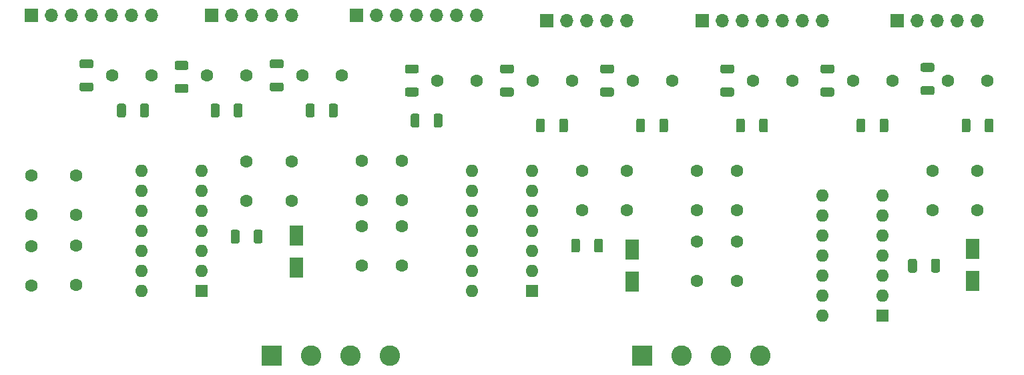
<source format=gbr>
%TF.GenerationSoftware,KiCad,Pcbnew,(5.1.10)-1*%
%TF.CreationDate,2022-02-15T22:19:52+02:00*%
%TF.ProjectId,SEM,53454d2e-6b69-4636-9164-5f7063625858,rev?*%
%TF.SameCoordinates,Original*%
%TF.FileFunction,Soldermask,Top*%
%TF.FilePolarity,Negative*%
%FSLAX46Y46*%
G04 Gerber Fmt 4.6, Leading zero omitted, Abs format (unit mm)*
G04 Created by KiCad (PCBNEW (5.1.10)-1) date 2022-02-15 22:19:52*
%MOMM*%
%LPD*%
G01*
G04 APERTURE LIST*
%ADD10O,1.700000X1.700000*%
%ADD11R,1.700000X1.700000*%
%ADD12C,1.600000*%
%ADD13R,1.800000X2.500000*%
%ADD14R,2.600000X2.600000*%
%ADD15C,2.600000*%
%ADD16R,1.600000X1.600000*%
%ADD17O,1.600000X1.600000*%
G04 APERTURE END LIST*
D10*
%TO.C,J10*%
X83820000Y-167640000D03*
X81280000Y-167640000D03*
X78740000Y-167640000D03*
X76200000Y-167640000D03*
D11*
X73660000Y-167640000D03*
%TD*%
D12*
%TO.C,C33*%
X126396000Y-187312000D03*
X126396000Y-192312000D03*
%TD*%
D13*
%TO.C,D2*%
X170211000Y-201282000D03*
X170211000Y-197282000D03*
%TD*%
%TO.C,R7*%
G36*
G01*
X124481003Y-177907000D02*
X123230997Y-177907000D01*
G75*
G02*
X122981000Y-177657003I0J249997D01*
G01*
X122981000Y-177031997D01*
G75*
G02*
X123230997Y-176782000I249997J0D01*
G01*
X124481003Y-176782000D01*
G75*
G02*
X124731000Y-177031997I0J-249997D01*
G01*
X124731000Y-177657003D01*
G75*
G02*
X124481003Y-177907000I-249997J0D01*
G01*
G37*
G36*
G01*
X124481003Y-174982000D02*
X123230997Y-174982000D01*
G75*
G02*
X122981000Y-174732003I0J249997D01*
G01*
X122981000Y-174106997D01*
G75*
G02*
X123230997Y-173857000I249997J0D01*
G01*
X124481003Y-173857000D01*
G75*
G02*
X124731000Y-174106997I0J-249997D01*
G01*
X124731000Y-174732003D01*
G75*
G02*
X124481003Y-174982000I-249997J0D01*
G01*
G37*
%TD*%
%TO.C,R19*%
G36*
G01*
X155486000Y-182222003D02*
X155486000Y-180971997D01*
G75*
G02*
X155735997Y-180722000I249997J0D01*
G01*
X156361003Y-180722000D01*
G75*
G02*
X156611000Y-180971997I0J-249997D01*
G01*
X156611000Y-182222003D01*
G75*
G02*
X156361003Y-182472000I-249997J0D01*
G01*
X155735997Y-182472000D01*
G75*
G02*
X155486000Y-182222003I0J249997D01*
G01*
G37*
G36*
G01*
X158411000Y-182222003D02*
X158411000Y-180971997D01*
G75*
G02*
X158660997Y-180722000I249997J0D01*
G01*
X159286003Y-180722000D01*
G75*
G02*
X159536000Y-180971997I0J-249997D01*
G01*
X159536000Y-182222003D01*
G75*
G02*
X159286003Y-182472000I-249997J0D01*
G01*
X158660997Y-182472000D01*
G75*
G02*
X158411000Y-182222003I0J249997D01*
G01*
G37*
%TD*%
D10*
%TO.C,J12*%
X151161000Y-168262000D03*
X148621000Y-168262000D03*
X146081000Y-168262000D03*
X143541000Y-168262000D03*
X141001000Y-168262000D03*
X138461000Y-168262000D03*
D11*
X135921000Y-168262000D03*
%TD*%
%TO.C,R10*%
G36*
G01*
X77236000Y-195068997D02*
X77236000Y-196319003D01*
G75*
G02*
X76986003Y-196569000I-249997J0D01*
G01*
X76360997Y-196569000D01*
G75*
G02*
X76111000Y-196319003I0J249997D01*
G01*
X76111000Y-195068997D01*
G75*
G02*
X76360997Y-194819000I249997J0D01*
G01*
X76986003Y-194819000D01*
G75*
G02*
X77236000Y-195068997I0J-249997D01*
G01*
G37*
G36*
G01*
X80161000Y-195068997D02*
X80161000Y-196319003D01*
G75*
G02*
X79911003Y-196569000I-249997J0D01*
G01*
X79285997Y-196569000D01*
G75*
G02*
X79036000Y-196319003I0J249997D01*
G01*
X79036000Y-195068997D01*
G75*
G02*
X79285997Y-194819000I249997J0D01*
G01*
X79911003Y-194819000D01*
G75*
G02*
X80161000Y-195068997I0J-249997D01*
G01*
G37*
%TD*%
D12*
%TO.C,C16*%
X147351000Y-175882000D03*
X142351000Y-175882000D03*
%TD*%
%TO.C,C31*%
X92741000Y-199377000D03*
X92741000Y-194377000D03*
%TD*%
%TO.C,C32*%
X170846000Y-187312000D03*
X170846000Y-192312000D03*
%TD*%
%TO.C,C30*%
X135286000Y-201282000D03*
X135286000Y-196282000D03*
%TD*%
%TO.C,C17*%
X107346000Y-175882000D03*
X102346000Y-175882000D03*
%TD*%
%TO.C,R14*%
G36*
G01*
X168821000Y-182222003D02*
X168821000Y-180971997D01*
G75*
G02*
X169070997Y-180722000I249997J0D01*
G01*
X169696003Y-180722000D01*
G75*
G02*
X169946000Y-180971997I0J-249997D01*
G01*
X169946000Y-182222003D01*
G75*
G02*
X169696003Y-182472000I-249997J0D01*
G01*
X169070997Y-182472000D01*
G75*
G02*
X168821000Y-182222003I0J249997D01*
G01*
G37*
G36*
G01*
X171746000Y-182222003D02*
X171746000Y-180971997D01*
G75*
G02*
X171995997Y-180722000I249997J0D01*
G01*
X172621003Y-180722000D01*
G75*
G02*
X172871000Y-180971997I0J-249997D01*
G01*
X172871000Y-182222003D01*
G75*
G02*
X172621003Y-182472000I-249997J0D01*
G01*
X171995997Y-182472000D01*
G75*
G02*
X171746000Y-182222003I0J249997D01*
G01*
G37*
%TD*%
%TO.C,C7*%
X66071000Y-175247000D03*
X61071000Y-175247000D03*
%TD*%
D14*
%TO.C,J5*%
X128270000Y-210820000D03*
D15*
X133270000Y-210820000D03*
X138270000Y-210820000D03*
X143270000Y-210820000D03*
%TD*%
%TO.C,R5*%
G36*
G01*
X139721003Y-177907000D02*
X138470997Y-177907000D01*
G75*
G02*
X138221000Y-177657003I0J249997D01*
G01*
X138221000Y-177031997D01*
G75*
G02*
X138470997Y-176782000I249997J0D01*
G01*
X139721003Y-176782000D01*
G75*
G02*
X139971000Y-177031997I0J-249997D01*
G01*
X139971000Y-177657003D01*
G75*
G02*
X139721003Y-177907000I-249997J0D01*
G01*
G37*
G36*
G01*
X139721003Y-174982000D02*
X138470997Y-174982000D01*
G75*
G02*
X138221000Y-174732003I0J249997D01*
G01*
X138221000Y-174106997D01*
G75*
G02*
X138470997Y-173857000I249997J0D01*
G01*
X139721003Y-173857000D01*
G75*
G02*
X139971000Y-174106997I0J-249997D01*
G01*
X139971000Y-174732003D01*
G75*
G02*
X139721003Y-174982000I-249997J0D01*
G01*
G37*
%TD*%
D12*
%TO.C,C6*%
X50831000Y-192947000D03*
X50831000Y-187947000D03*
%TD*%
%TO.C,R12*%
G36*
G01*
X123341000Y-196211997D02*
X123341000Y-197462003D01*
G75*
G02*
X123091003Y-197712000I-249997J0D01*
G01*
X122465997Y-197712000D01*
G75*
G02*
X122216000Y-197462003I0J249997D01*
G01*
X122216000Y-196211997D01*
G75*
G02*
X122465997Y-195962000I249997J0D01*
G01*
X123091003Y-195962000D01*
G75*
G02*
X123341000Y-196211997I0J-249997D01*
G01*
G37*
G36*
G01*
X120416000Y-196211997D02*
X120416000Y-197462003D01*
G75*
G02*
X120166003Y-197712000I-249997J0D01*
G01*
X119540997Y-197712000D01*
G75*
G02*
X119291000Y-197462003I0J249997D01*
G01*
X119291000Y-196211997D01*
G75*
G02*
X119540997Y-195962000I249997J0D01*
G01*
X120166003Y-195962000D01*
G75*
G02*
X120416000Y-196211997I0J-249997D01*
G01*
G37*
%TD*%
%TO.C,C29*%
X120681000Y-187312000D03*
X120681000Y-192312000D03*
%TD*%
D14*
%TO.C,J8*%
X81280000Y-210820000D03*
D15*
X86280000Y-210820000D03*
X91280000Y-210820000D03*
X96280000Y-210820000D03*
%TD*%
%TO.C,R2*%
G36*
G01*
X58441003Y-177272000D02*
X57190997Y-177272000D01*
G75*
G02*
X56941000Y-177022003I0J249997D01*
G01*
X56941000Y-176396997D01*
G75*
G02*
X57190997Y-176147000I249997J0D01*
G01*
X58441003Y-176147000D01*
G75*
G02*
X58691000Y-176396997I0J-249997D01*
G01*
X58691000Y-177022003D01*
G75*
G02*
X58441003Y-177272000I-249997J0D01*
G01*
G37*
G36*
G01*
X58441003Y-174347000D02*
X57190997Y-174347000D01*
G75*
G02*
X56941000Y-174097003I0J249997D01*
G01*
X56941000Y-173471997D01*
G75*
G02*
X57190997Y-173222000I249997J0D01*
G01*
X58441003Y-173222000D01*
G75*
G02*
X58691000Y-173471997I0J-249997D01*
G01*
X58691000Y-174097003D01*
G75*
G02*
X58441003Y-174347000I-249997J0D01*
G01*
G37*
%TD*%
D11*
%TO.C,J9*%
X116205000Y-168275000D03*
D10*
X118745000Y-168275000D03*
X121285000Y-168275000D03*
X123825000Y-168275000D03*
X126365000Y-168275000D03*
%TD*%
%TO.C,R16*%
G36*
G01*
X61696000Y-180317003D02*
X61696000Y-179066997D01*
G75*
G02*
X61945997Y-178817000I249997J0D01*
G01*
X62571003Y-178817000D01*
G75*
G02*
X62821000Y-179066997I0J-249997D01*
G01*
X62821000Y-180317003D01*
G75*
G02*
X62571003Y-180567000I-249997J0D01*
G01*
X61945997Y-180567000D01*
G75*
G02*
X61696000Y-180317003I0J249997D01*
G01*
G37*
G36*
G01*
X64621000Y-180317003D02*
X64621000Y-179066997D01*
G75*
G02*
X64870997Y-178817000I249997J0D01*
G01*
X65496003Y-178817000D01*
G75*
G02*
X65746000Y-179066997I0J-249997D01*
G01*
X65746000Y-180317003D01*
G75*
G02*
X65496003Y-180567000I-249997J0D01*
G01*
X64870997Y-180567000D01*
G75*
G02*
X64621000Y-180317003I0J249997D01*
G01*
G37*
%TD*%
%TO.C,R17*%
G36*
G01*
X140215000Y-182222003D02*
X140215000Y-180971997D01*
G75*
G02*
X140464997Y-180722000I249997J0D01*
G01*
X141090003Y-180722000D01*
G75*
G02*
X141340000Y-180971997I0J-249997D01*
G01*
X141340000Y-182222003D01*
G75*
G02*
X141090003Y-182472000I-249997J0D01*
G01*
X140464997Y-182472000D01*
G75*
G02*
X140215000Y-182222003I0J249997D01*
G01*
G37*
G36*
G01*
X143140000Y-182222003D02*
X143140000Y-180971997D01*
G75*
G02*
X143389997Y-180722000I249997J0D01*
G01*
X144015003Y-180722000D01*
G75*
G02*
X144265000Y-180971997I0J-249997D01*
G01*
X144265000Y-182222003D01*
G75*
G02*
X144015003Y-182472000I-249997J0D01*
G01*
X143389997Y-182472000D01*
G75*
G02*
X143140000Y-182222003I0J249997D01*
G01*
G37*
%TD*%
D12*
%TO.C,C25*%
X83851000Y-191169000D03*
X83851000Y-186169000D03*
%TD*%
%TO.C,R15*%
G36*
G01*
X127546000Y-182222003D02*
X127546000Y-180971997D01*
G75*
G02*
X127795997Y-180722000I249997J0D01*
G01*
X128421003Y-180722000D01*
G75*
G02*
X128671000Y-180971997I0J-249997D01*
G01*
X128671000Y-182222003D01*
G75*
G02*
X128421003Y-182472000I-249997J0D01*
G01*
X127795997Y-182472000D01*
G75*
G02*
X127546000Y-182222003I0J249997D01*
G01*
G37*
G36*
G01*
X130471000Y-182222003D02*
X130471000Y-180971997D01*
G75*
G02*
X130720997Y-180722000I249997J0D01*
G01*
X131346003Y-180722000D01*
G75*
G02*
X131596000Y-180971997I0J-249997D01*
G01*
X131596000Y-182222003D01*
G75*
G02*
X131346003Y-182472000I-249997J0D01*
G01*
X130720997Y-182472000D01*
G75*
G02*
X130471000Y-182222003I0J249997D01*
G01*
G37*
%TD*%
%TO.C,R20*%
G36*
G01*
X114846000Y-182222003D02*
X114846000Y-180971997D01*
G75*
G02*
X115095997Y-180722000I249997J0D01*
G01*
X115721003Y-180722000D01*
G75*
G02*
X115971000Y-180971997I0J-249997D01*
G01*
X115971000Y-182222003D01*
G75*
G02*
X115721003Y-182472000I-249997J0D01*
G01*
X115095997Y-182472000D01*
G75*
G02*
X114846000Y-182222003I0J249997D01*
G01*
G37*
G36*
G01*
X117771000Y-182222003D02*
X117771000Y-180971997D01*
G75*
G02*
X118020997Y-180722000I249997J0D01*
G01*
X118646003Y-180722000D01*
G75*
G02*
X118896000Y-180971997I0J-249997D01*
G01*
X118896000Y-182222003D01*
G75*
G02*
X118646003Y-182472000I-249997J0D01*
G01*
X118020997Y-182472000D01*
G75*
G02*
X117771000Y-182222003I0J249997D01*
G01*
G37*
%TD*%
%TO.C,R22*%
G36*
G01*
X73571000Y-180317003D02*
X73571000Y-179066997D01*
G75*
G02*
X73820997Y-178817000I249997J0D01*
G01*
X74446003Y-178817000D01*
G75*
G02*
X74696000Y-179066997I0J-249997D01*
G01*
X74696000Y-180317003D01*
G75*
G02*
X74446003Y-180567000I-249997J0D01*
G01*
X73820997Y-180567000D01*
G75*
G02*
X73571000Y-180317003I0J249997D01*
G01*
G37*
G36*
G01*
X76496000Y-180317003D02*
X76496000Y-179066997D01*
G75*
G02*
X76745997Y-178817000I249997J0D01*
G01*
X77371003Y-178817000D01*
G75*
G02*
X77621000Y-179066997I0J-249997D01*
G01*
X77621000Y-180317003D01*
G75*
G02*
X77371003Y-180567000I-249997J0D01*
G01*
X76745997Y-180567000D01*
G75*
G02*
X76496000Y-180317003I0J249997D01*
G01*
G37*
%TD*%
%TO.C,C23*%
X119411000Y-175882000D03*
X114411000Y-175882000D03*
%TD*%
D11*
%TO.C,J13*%
X92106000Y-167627000D03*
D10*
X94646000Y-167627000D03*
X97186000Y-167627000D03*
X99726000Y-167627000D03*
X102266000Y-167627000D03*
X104806000Y-167627000D03*
X107346000Y-167627000D03*
%TD*%
D16*
%TO.C,U3*%
X114331000Y-202552000D03*
D17*
X106711000Y-187312000D03*
X114331000Y-200012000D03*
X106711000Y-189852000D03*
X114331000Y-197472000D03*
X106711000Y-192392000D03*
X114331000Y-194932000D03*
X106711000Y-194932000D03*
X114331000Y-192392000D03*
X106711000Y-197472000D03*
X114331000Y-189852000D03*
X106711000Y-200012000D03*
X114331000Y-187312000D03*
X106711000Y-202552000D03*
%TD*%
D12*
%TO.C,C9*%
X92741000Y-186042000D03*
X92741000Y-191042000D03*
%TD*%
D11*
%TO.C,J11*%
X50800000Y-167627000D03*
D10*
X53340000Y-167627000D03*
X55880000Y-167627000D03*
X58420000Y-167627000D03*
X60960000Y-167627000D03*
X63500000Y-167627000D03*
X66040000Y-167627000D03*
%TD*%
D12*
%TO.C,C21*%
X160051000Y-175882000D03*
X155051000Y-175882000D03*
%TD*%
D16*
%TO.C,U2*%
X158750000Y-205740000D03*
D17*
X151130000Y-190500000D03*
X158750000Y-203200000D03*
X151130000Y-193040000D03*
X158750000Y-200660000D03*
X151130000Y-195580000D03*
X158750000Y-198120000D03*
X151130000Y-198120000D03*
X158750000Y-195580000D03*
X151130000Y-200660000D03*
X158750000Y-193040000D03*
X151130000Y-203200000D03*
X158750000Y-190500000D03*
X151130000Y-205740000D03*
%TD*%
D12*
%TO.C,C3*%
X140366000Y-187312000D03*
X140366000Y-192312000D03*
%TD*%
%TO.C,C2*%
X56546000Y-192947000D03*
X56546000Y-187947000D03*
%TD*%
%TO.C,C28*%
X50831000Y-196917000D03*
X50831000Y-201917000D03*
%TD*%
%TO.C,C11*%
X172085000Y-175895000D03*
X167085000Y-175895000D03*
%TD*%
%TO.C,C26*%
X97821000Y-199377000D03*
X97821000Y-194377000D03*
%TD*%
%TO.C,R8*%
G36*
G01*
X99716003Y-177907000D02*
X98465997Y-177907000D01*
G75*
G02*
X98216000Y-177657003I0J249997D01*
G01*
X98216000Y-177031997D01*
G75*
G02*
X98465997Y-176782000I249997J0D01*
G01*
X99716003Y-176782000D01*
G75*
G02*
X99966000Y-177031997I0J-249997D01*
G01*
X99966000Y-177657003D01*
G75*
G02*
X99716003Y-177907000I-249997J0D01*
G01*
G37*
G36*
G01*
X99716003Y-174982000D02*
X98465997Y-174982000D01*
G75*
G02*
X98216000Y-174732003I0J249997D01*
G01*
X98216000Y-174106997D01*
G75*
G02*
X98465997Y-173857000I249997J0D01*
G01*
X99716003Y-173857000D01*
G75*
G02*
X99966000Y-174106997I0J-249997D01*
G01*
X99966000Y-174732003D01*
G75*
G02*
X99716003Y-174982000I-249997J0D01*
G01*
G37*
%TD*%
%TO.C,C27*%
X165131000Y-187312000D03*
X165131000Y-192312000D03*
%TD*%
%TO.C,C12*%
X132111000Y-175882000D03*
X127111000Y-175882000D03*
%TD*%
%TO.C,R13*%
G36*
G01*
X85636000Y-180317003D02*
X85636000Y-179066997D01*
G75*
G02*
X85885997Y-178817000I249997J0D01*
G01*
X86511003Y-178817000D01*
G75*
G02*
X86761000Y-179066997I0J-249997D01*
G01*
X86761000Y-180317003D01*
G75*
G02*
X86511003Y-180567000I-249997J0D01*
G01*
X85885997Y-180567000D01*
G75*
G02*
X85636000Y-180317003I0J249997D01*
G01*
G37*
G36*
G01*
X88561000Y-180317003D02*
X88561000Y-179066997D01*
G75*
G02*
X88810997Y-178817000I249997J0D01*
G01*
X89436003Y-178817000D01*
G75*
G02*
X89686000Y-179066997I0J-249997D01*
G01*
X89686000Y-180317003D01*
G75*
G02*
X89436003Y-180567000I-249997J0D01*
G01*
X88810997Y-180567000D01*
G75*
G02*
X88561000Y-180317003I0J249997D01*
G01*
G37*
%TD*%
D11*
%TO.C,J4*%
X160655000Y-168275000D03*
D10*
X163195000Y-168275000D03*
X165735000Y-168275000D03*
X168275000Y-168275000D03*
X170815000Y-168275000D03*
%TD*%
D12*
%TO.C,C19*%
X78136000Y-191169000D03*
X78136000Y-186169000D03*
%TD*%
D13*
%TO.C,D4*%
X127031000Y-201377000D03*
X127031000Y-197377000D03*
%TD*%
%TO.C,R1*%
G36*
G01*
X82571003Y-177272000D02*
X81320997Y-177272000D01*
G75*
G02*
X81071000Y-177022003I0J249997D01*
G01*
X81071000Y-176396997D01*
G75*
G02*
X81320997Y-176147000I249997J0D01*
G01*
X82571003Y-176147000D01*
G75*
G02*
X82821000Y-176396997I0J-249997D01*
G01*
X82821000Y-177022003D01*
G75*
G02*
X82571003Y-177272000I-249997J0D01*
G01*
G37*
G36*
G01*
X82571003Y-174347000D02*
X81320997Y-174347000D01*
G75*
G02*
X81071000Y-174097003I0J249997D01*
G01*
X81071000Y-173471997D01*
G75*
G02*
X81320997Y-173222000I249997J0D01*
G01*
X82571003Y-173222000D01*
G75*
G02*
X82821000Y-173471997I0J-249997D01*
G01*
X82821000Y-174097003D01*
G75*
G02*
X82571003Y-174347000I-249997J0D01*
G01*
G37*
%TD*%
D12*
%TO.C,C8*%
X135286000Y-187312000D03*
X135286000Y-192312000D03*
%TD*%
%TO.C,R18*%
G36*
G01*
X98940000Y-181600003D02*
X98940000Y-180349997D01*
G75*
G02*
X99189997Y-180100000I249997J0D01*
G01*
X99815003Y-180100000D01*
G75*
G02*
X100065000Y-180349997I0J-249997D01*
G01*
X100065000Y-181600003D01*
G75*
G02*
X99815003Y-181850000I-249997J0D01*
G01*
X99189997Y-181850000D01*
G75*
G02*
X98940000Y-181600003I0J249997D01*
G01*
G37*
G36*
G01*
X101865000Y-181600003D02*
X101865000Y-180349997D01*
G75*
G02*
X102114997Y-180100000I249997J0D01*
G01*
X102740003Y-180100000D01*
G75*
G02*
X102990000Y-180349997I0J-249997D01*
G01*
X102990000Y-181600003D01*
G75*
G02*
X102740003Y-181850000I-249997J0D01*
G01*
X102114997Y-181850000D01*
G75*
G02*
X101865000Y-181600003I0J249997D01*
G01*
G37*
%TD*%
%TO.C,R9*%
G36*
G01*
X111781003Y-177907000D02*
X110530997Y-177907000D01*
G75*
G02*
X110281000Y-177657003I0J249997D01*
G01*
X110281000Y-177031997D01*
G75*
G02*
X110530997Y-176782000I249997J0D01*
G01*
X111781003Y-176782000D01*
G75*
G02*
X112031000Y-177031997I0J-249997D01*
G01*
X112031000Y-177657003D01*
G75*
G02*
X111781003Y-177907000I-249997J0D01*
G01*
G37*
G36*
G01*
X111781003Y-174982000D02*
X110530997Y-174982000D01*
G75*
G02*
X110281000Y-174732003I0J249997D01*
G01*
X110281000Y-174106997D01*
G75*
G02*
X110530997Y-173857000I249997J0D01*
G01*
X111781003Y-173857000D01*
G75*
G02*
X112031000Y-174106997I0J-249997D01*
G01*
X112031000Y-174732003D01*
G75*
G02*
X111781003Y-174982000I-249997J0D01*
G01*
G37*
%TD*%
%TO.C,C13*%
X78136000Y-175247000D03*
X73136000Y-175247000D03*
%TD*%
%TO.C,C24*%
X140366000Y-201282000D03*
X140366000Y-196282000D03*
%TD*%
%TO.C,R3*%
G36*
G01*
X70506003Y-177462000D02*
X69255997Y-177462000D01*
G75*
G02*
X69006000Y-177212003I0J249997D01*
G01*
X69006000Y-176586997D01*
G75*
G02*
X69255997Y-176337000I249997J0D01*
G01*
X70506003Y-176337000D01*
G75*
G02*
X70756000Y-176586997I0J-249997D01*
G01*
X70756000Y-177212003D01*
G75*
G02*
X70506003Y-177462000I-249997J0D01*
G01*
G37*
G36*
G01*
X70506003Y-174537000D02*
X69255997Y-174537000D01*
G75*
G02*
X69006000Y-174287003I0J249997D01*
G01*
X69006000Y-173661997D01*
G75*
G02*
X69255997Y-173412000I249997J0D01*
G01*
X70506003Y-173412000D01*
G75*
G02*
X70756000Y-173661997I0J-249997D01*
G01*
X70756000Y-174287003D01*
G75*
G02*
X70506003Y-174537000I-249997J0D01*
G01*
G37*
%TD*%
D17*
%TO.C,U1*%
X64801000Y-202552000D03*
X72421000Y-187312000D03*
X64801000Y-200012000D03*
X72421000Y-189852000D03*
X64801000Y-197472000D03*
X72421000Y-192392000D03*
X64801000Y-194932000D03*
X72421000Y-194932000D03*
X64801000Y-192392000D03*
X72421000Y-197472000D03*
X64801000Y-189852000D03*
X72421000Y-200012000D03*
X64801000Y-187312000D03*
D16*
X72421000Y-202552000D03*
%TD*%
D12*
%TO.C,C4*%
X90201000Y-175247000D03*
X85201000Y-175247000D03*
%TD*%
D13*
%TO.C,D1*%
X84486000Y-195599000D03*
X84486000Y-199599000D03*
%TD*%
%TO.C,R6*%
G36*
G01*
X152421003Y-177907000D02*
X151170997Y-177907000D01*
G75*
G02*
X150921000Y-177657003I0J249997D01*
G01*
X150921000Y-177031997D01*
G75*
G02*
X151170997Y-176782000I249997J0D01*
G01*
X152421003Y-176782000D01*
G75*
G02*
X152671000Y-177031997I0J-249997D01*
G01*
X152671000Y-177657003D01*
G75*
G02*
X152421003Y-177907000I-249997J0D01*
G01*
G37*
G36*
G01*
X152421003Y-174982000D02*
X151170997Y-174982000D01*
G75*
G02*
X150921000Y-174732003I0J249997D01*
G01*
X150921000Y-174106997D01*
G75*
G02*
X151170997Y-173857000I249997J0D01*
G01*
X152421003Y-173857000D01*
G75*
G02*
X152671000Y-174106997I0J-249997D01*
G01*
X152671000Y-174732003D01*
G75*
G02*
X152421003Y-174982000I-249997J0D01*
G01*
G37*
%TD*%
%TO.C,R11*%
G36*
G01*
X166078500Y-198764997D02*
X166078500Y-200015003D01*
G75*
G02*
X165828503Y-200265000I-249997J0D01*
G01*
X165203497Y-200265000D01*
G75*
G02*
X164953500Y-200015003I0J249997D01*
G01*
X164953500Y-198764997D01*
G75*
G02*
X165203497Y-198515000I249997J0D01*
G01*
X165828503Y-198515000D01*
G75*
G02*
X166078500Y-198764997I0J-249997D01*
G01*
G37*
G36*
G01*
X163153500Y-198764997D02*
X163153500Y-200015003D01*
G75*
G02*
X162903503Y-200265000I-249997J0D01*
G01*
X162278497Y-200265000D01*
G75*
G02*
X162028500Y-200015003I0J249997D01*
G01*
X162028500Y-198764997D01*
G75*
G02*
X162278497Y-198515000I249997J0D01*
G01*
X162903503Y-198515000D01*
G75*
G02*
X163153500Y-198764997I0J-249997D01*
G01*
G37*
%TD*%
D12*
%TO.C,C22*%
X56546000Y-196837000D03*
X56546000Y-201837000D03*
%TD*%
%TO.C,C5*%
X97821000Y-186042000D03*
X97821000Y-191042000D03*
%TD*%
%TO.C,R4*%
G36*
G01*
X165121003Y-177714500D02*
X163870997Y-177714500D01*
G75*
G02*
X163621000Y-177464503I0J249997D01*
G01*
X163621000Y-176839497D01*
G75*
G02*
X163870997Y-176589500I249997J0D01*
G01*
X165121003Y-176589500D01*
G75*
G02*
X165371000Y-176839497I0J-249997D01*
G01*
X165371000Y-177464503D01*
G75*
G02*
X165121003Y-177714500I-249997J0D01*
G01*
G37*
G36*
G01*
X165121003Y-174789500D02*
X163870997Y-174789500D01*
G75*
G02*
X163621000Y-174539503I0J249997D01*
G01*
X163621000Y-173914497D01*
G75*
G02*
X163870997Y-173664500I249997J0D01*
G01*
X165121003Y-173664500D01*
G75*
G02*
X165371000Y-173914497I0J-249997D01*
G01*
X165371000Y-174539503D01*
G75*
G02*
X165121003Y-174789500I-249997J0D01*
G01*
G37*
%TD*%
M02*

</source>
